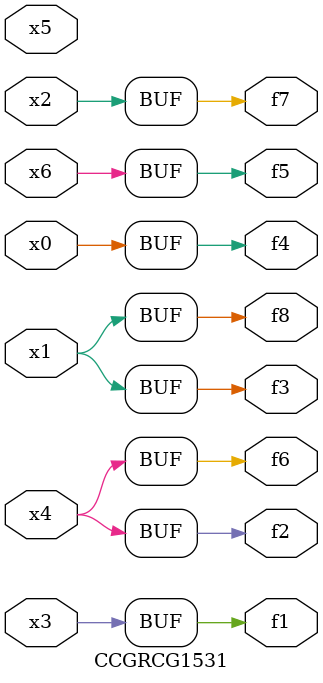
<source format=v>
module CCGRCG1531(
	input x0, x1, x2, x3, x4, x5, x6,
	output f1, f2, f3, f4, f5, f6, f7, f8
);
	assign f1 = x3;
	assign f2 = x4;
	assign f3 = x1;
	assign f4 = x0;
	assign f5 = x6;
	assign f6 = x4;
	assign f7 = x2;
	assign f8 = x1;
endmodule

</source>
